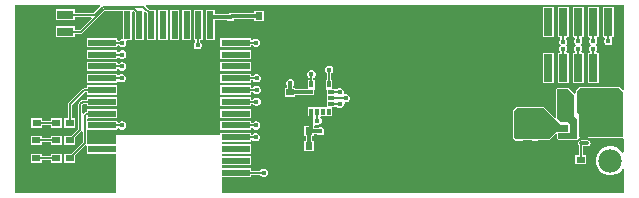
<source format=gbr>
%TF.GenerationSoftware,Altium Limited,Altium Designer,23.6.0 (18)*%
G04 Layer_Physical_Order=1*
G04 Layer_Color=255*
%FSLAX45Y45*%
%MOMM*%
%TF.SameCoordinates,DE65B9CC-D9CF-42CD-B8C9-10693606ABAB*%
%TF.FilePolarity,Positive*%
%TF.FileFunction,Copper,L1,Top,Signal*%
%TF.Part,Single*%
G01*
G75*
%TA.AperFunction,ConnectorPad*%
%ADD10R,2.40000X0.60000*%
%ADD11R,0.60000X2.40000*%
%TA.AperFunction,SMDPad,CuDef*%
%ADD12R,0.75000X0.60000*%
%TA.AperFunction,ConnectorPad*%
%ADD13R,1.40000X0.75000*%
%ADD14R,0.75000X2.40000*%
%TA.AperFunction,SMDPad,CuDef*%
%ADD15R,0.65000X1.60000*%
G04:AMPARAMS|DCode=16|XSize=0.86535mm|YSize=0.29247mm|CornerRadius=0.14624mm|HoleSize=0mm|Usage=FLASHONLY|Rotation=0.000|XOffset=0mm|YOffset=0mm|HoleType=Round|Shape=RoundedRectangle|*
%AMROUNDEDRECTD16*
21,1,0.86535,0.00000,0,0,0.0*
21,1,0.57288,0.29247,0,0,0.0*
1,1,0.29247,0.28644,0.00000*
1,1,0.29247,-0.28644,0.00000*
1,1,0.29247,-0.28644,0.00000*
1,1,0.29247,0.28644,0.00000*
%
%ADD16ROUNDEDRECTD16*%
%ADD17R,0.86535X0.29247*%
%ADD18R,0.60000X0.64000*%
%ADD19R,0.64000X0.60000*%
%ADD20R,0.57500X0.35000*%
%ADD21R,0.35000X0.57500*%
%TA.AperFunction,Conductor*%
%ADD22C,0.12700*%
%ADD23C,0.30480*%
%TA.AperFunction,ComponentPad*%
%ADD24C,1.78500*%
%ADD25C,1.98000*%
%TA.AperFunction,ViaPad*%
%ADD26C,0.45000*%
G36*
X7879009Y3301792D02*
X7867276Y3296932D01*
X7842704Y3321504D01*
X7835900Y3324323D01*
X7505700D01*
X7498896Y3321504D01*
X7473496Y3296104D01*
X7470677Y3289300D01*
Y3266991D01*
X7457977Y3261731D01*
X7410904Y3308804D01*
X7404100Y3311623D01*
X7315200D01*
X7308396Y3308804D01*
X7305577Y3302000D01*
Y3066448D01*
X7292877Y3061187D01*
X7206079Y3147986D01*
X7199275Y3150804D01*
X6974376D01*
X6967572Y3147986D01*
X6939460Y3119873D01*
X6936641Y3113069D01*
Y2892543D01*
X6939460Y2885739D01*
X6955702Y2869497D01*
X6962507Y2866678D01*
X7020310D01*
X7023905Y2868167D01*
X7098495D01*
X7102090Y2866678D01*
X7147310D01*
X7150905Y2868167D01*
X7229089D01*
X7230069Y2868573D01*
X7231111Y2868382D01*
X7242773Y2870887D01*
X7245026Y2872443D01*
X7247556Y2873491D01*
X7298906Y2924841D01*
X7311606Y2919580D01*
Y2915517D01*
X7310469Y2909800D01*
X7311606Y2904083D01*
Y2887234D01*
X7314425Y2880430D01*
X7318759Y2876096D01*
X7325563Y2873277D01*
X7480300D01*
X7487104Y2876096D01*
X7487846Y2877887D01*
X7488742Y2879554D01*
X7499390Y2885289D01*
X7501655Y2885860D01*
X7502623Y2885860D01*
X7514982D01*
X7515156Y2885826D01*
X7572444D01*
X7572618Y2885860D01*
X7861183D01*
X7866309Y2887984D01*
X7879009Y2883108D01*
Y2768440D01*
X7866742Y2765153D01*
X7862825Y2771938D01*
X7839738Y2795025D01*
X7811462Y2811350D01*
X7779925Y2819800D01*
X7747275D01*
X7715738Y2811350D01*
X7687462Y2795025D01*
X7664375Y2771938D01*
X7648050Y2743662D01*
X7639600Y2712125D01*
Y2679475D01*
X7648050Y2647938D01*
X7664375Y2619662D01*
X7687462Y2596575D01*
X7715738Y2580250D01*
X7747275Y2571800D01*
X7779925D01*
X7811462Y2580250D01*
X7839738Y2596575D01*
X7862825Y2619662D01*
X7866742Y2626447D01*
X7879009Y2623160D01*
Y2420691D01*
X4478402D01*
X4475523Y2425000D01*
Y2556110D01*
X4719790D01*
Y2578504D01*
X4798933D01*
X4800359Y2575061D01*
X4810261Y2565159D01*
X4823198Y2559800D01*
X4837202D01*
X4850139Y2565159D01*
X4860041Y2575061D01*
X4865400Y2587998D01*
Y2602002D01*
X4860041Y2614939D01*
X4850139Y2624841D01*
X4837202Y2630200D01*
X4823198D01*
X4810261Y2624841D01*
X4800359Y2614939D01*
X4798933Y2611496D01*
X4719790D01*
Y2633890D01*
X4475523D01*
Y2656110D01*
X4719790D01*
Y2733890D01*
X4475523D01*
Y2756110D01*
X4719790D01*
Y2833890D01*
X4475523D01*
Y2856110D01*
X4719790D01*
Y2873543D01*
X4732490Y2876069D01*
X4732659Y2875661D01*
X4742561Y2865759D01*
X4755498Y2860400D01*
X4769502D01*
X4782439Y2865759D01*
X4792341Y2875661D01*
X4797700Y2888598D01*
Y2902602D01*
X4792341Y2915539D01*
X4782439Y2925441D01*
X4769502Y2930800D01*
X4755498D01*
X4742561Y2925441D01*
X4732659Y2915539D01*
X4732490Y2915131D01*
X4719790Y2917657D01*
Y2933890D01*
X4462010D01*
Y2914623D01*
X3585900D01*
X3579096Y2911804D01*
X3576277Y2905000D01*
Y2833890D01*
X3339909D01*
X3331211Y2846019D01*
X3331196Y2846253D01*
Y2943747D01*
X3332010Y2956110D01*
X3343896Y2956110D01*
X3589790D01*
Y2968837D01*
X3591542Y2969888D01*
X3602490Y2972730D01*
X3610061Y2965159D01*
X3622998Y2959800D01*
X3637002D01*
X3649939Y2965159D01*
X3659841Y2975061D01*
X3665200Y2987998D01*
Y3002002D01*
X3659841Y3014939D01*
X3649939Y3024841D01*
X3637002Y3030200D01*
X3622998D01*
X3610061Y3024841D01*
X3602490Y3017270D01*
X3591542Y3020112D01*
X3589790Y3021164D01*
Y3033890D01*
X3337857Y3033890D01*
X3331970Y3045000D01*
X3337857Y3056110D01*
X3589790D01*
Y3133890D01*
X3332010D01*
Y3110351D01*
X3329290D01*
X3317625Y3105520D01*
X3305796Y3093690D01*
X3293096Y3097593D01*
Y3168167D01*
X3303433Y3178504D01*
X3332010D01*
Y3156110D01*
X3589790D01*
Y3233890D01*
X3332010D01*
Y3211496D01*
X3296600D01*
X3284936Y3206664D01*
X3264936Y3186664D01*
X3260104Y3175000D01*
Y2967173D01*
X3205945Y2913014D01*
X3204320Y2909090D01*
X3140069D01*
Y2831310D01*
X3232850D01*
Y2890818D01*
X3234105Y2893850D01*
Y2894517D01*
X3285504Y2945916D01*
X3298204Y2942013D01*
Y2852873D01*
X3205945Y2760614D01*
X3204320Y2756690D01*
X3140069D01*
Y2678910D01*
X3232850D01*
Y2738418D01*
X3234105Y2741450D01*
Y2742117D01*
X3319310Y2827322D01*
X3332010Y2822061D01*
Y2756110D01*
X3576277D01*
Y2425000D01*
X3573398Y2420691D01*
X2725491D01*
Y4018209D01*
X3440735D01*
X3445996Y4005509D01*
X3390282Y3949796D01*
X3228490D01*
Y3979690D01*
X3070710D01*
Y3886910D01*
X3228490D01*
Y3916804D01*
X3371230D01*
X3376090Y3905071D01*
X3275815Y3804796D01*
X3228490D01*
Y3834690D01*
X3070710D01*
Y3741910D01*
X3228490D01*
Y3771804D01*
X3282648D01*
X3294312Y3776636D01*
X3481421Y3963744D01*
X3637010D01*
Y3727902D01*
X3624902D01*
X3611965Y3722543D01*
X3602490Y3713068D01*
X3600217Y3713176D01*
X3589790Y3716198D01*
Y3733890D01*
X3332010D01*
Y3656110D01*
X3589790D01*
Y3669206D01*
X3600217Y3672228D01*
X3602490Y3672336D01*
X3611965Y3662861D01*
X3624902Y3657502D01*
X3638906D01*
X3651843Y3662861D01*
X3661745Y3672763D01*
X3667104Y3685700D01*
Y3699704D01*
X3665569Y3703410D01*
X3674055Y3716110D01*
X3714790D01*
Y3954902D01*
X3727490Y3960081D01*
X3737010Y3950562D01*
Y3716110D01*
X3814790D01*
Y3956188D01*
X3826523Y3961048D01*
X3837010Y3950561D01*
Y3716110D01*
X3914790D01*
Y3973890D01*
X3860339D01*
X3828719Y4005509D01*
X3833980Y4018209D01*
X7879009D01*
Y3301792D01*
D02*
G37*
G36*
X7454900Y3251200D02*
Y3076015D01*
X7480300Y3050615D01*
Y2882900D01*
X7325563D01*
X7321229Y2887234D01*
Y2930727D01*
X7413465D01*
X7414215Y2929977D01*
X7426213Y2941975D01*
Y2999717D01*
X7402967Y3022963D01*
X7345225D01*
X7315200Y3052989D01*
Y3302000D01*
X7404100D01*
X7454900Y3251200D01*
D02*
G37*
G36*
X7874000Y3276600D02*
Y2908300D01*
X7861183Y2895483D01*
X7500452D01*
X7499703Y2896233D01*
Y3092097D01*
X7480300Y3111500D01*
Y3289300D01*
X7505700Y3314700D01*
X7835900D01*
X7874000Y3276600D01*
D02*
G37*
G36*
X7342960Y2997496D02*
X7405432D01*
Y2950643D01*
X7404182Y2949393D01*
X7395437Y2943146D01*
X7303603D01*
X7240752Y2880295D01*
X7229090Y2877790D01*
X7229090Y2877791D01*
X7229089Y2877790D01*
X7147310D01*
Y2876301D01*
X7102090D01*
Y2877790D01*
X7020310D01*
Y2876301D01*
X6962507D01*
X6946264Y2892543D01*
Y3113069D01*
X6974376Y3141181D01*
X7199275D01*
X7342960Y2997496D01*
D02*
G37*
%LPC*%
G36*
X4414790Y3973890D02*
X4337010D01*
Y3716110D01*
X4414790D01*
Y3886997D01*
X4521423D01*
X4526661Y3881759D01*
X4539598Y3876400D01*
X4553602D01*
X4566539Y3881759D01*
X4576441Y3891661D01*
X4579770Y3899697D01*
X4749910D01*
Y3883410D01*
X4827690D01*
Y3965190D01*
X4749910D01*
Y3948903D01*
X4563229D01*
X4553814Y3947030D01*
X4553470Y3946800D01*
X4539598D01*
X4526661Y3941441D01*
X4521423Y3936203D01*
X4414790D01*
Y3973890D01*
D02*
G37*
G36*
X7285390Y3998690D02*
X7192610D01*
Y3740910D01*
X7285390D01*
Y3998690D01*
D02*
G37*
G36*
X4214790Y3973890D02*
X4137010D01*
Y3716110D01*
X4214790D01*
Y3973890D01*
D02*
G37*
G36*
X4114790D02*
X4037010D01*
Y3716110D01*
X4114790D01*
Y3973890D01*
D02*
G37*
G36*
X4014790D02*
X3937010D01*
Y3716110D01*
X4014790D01*
Y3973890D01*
D02*
G37*
G36*
X7793390Y3998690D02*
X7700610D01*
Y3740910D01*
X7711770D01*
X7717159Y3728339D01*
X7711800Y3715402D01*
Y3701398D01*
X7717159Y3688461D01*
X7727061Y3678559D01*
X7739998Y3673200D01*
X7754002D01*
X7766939Y3678559D01*
X7776841Y3688461D01*
X7782200Y3701398D01*
Y3715402D01*
X7776841Y3728339D01*
X7782230Y3740910D01*
X7793390D01*
Y3998690D01*
D02*
G37*
G36*
X4719790Y3733890D02*
X4462010D01*
Y3656110D01*
X4719790D01*
Y3678504D01*
X4731933D01*
X4733359Y3675061D01*
X4743261Y3665159D01*
X4756198Y3659800D01*
X4770202D01*
X4783139Y3665159D01*
X4793041Y3675061D01*
X4798400Y3687998D01*
Y3702002D01*
X4793041Y3714939D01*
X4783139Y3724841D01*
X4770202Y3730200D01*
X4756198D01*
X4743261Y3724841D01*
X4733359Y3714939D01*
X4731933Y3711496D01*
X4719790D01*
Y3733890D01*
D02*
G37*
G36*
X4314790Y3973890D02*
X4237010D01*
Y3716110D01*
X4246970D01*
X4250238Y3706993D01*
X4250530Y3703410D01*
X4241359Y3694239D01*
X4236000Y3681302D01*
Y3667298D01*
X4241359Y3654361D01*
X4251261Y3644459D01*
X4264198Y3639100D01*
X4278202D01*
X4291139Y3644459D01*
X4301041Y3654361D01*
X4306400Y3667298D01*
Y3681302D01*
X4301041Y3694239D01*
X4292396Y3702884D01*
Y3716110D01*
X4314790D01*
Y3973890D01*
D02*
G37*
G36*
X3589790Y3633890D02*
X3332010D01*
Y3556110D01*
X3589790D01*
Y3570136D01*
X3597717Y3573482D01*
X3602490Y3574030D01*
X3611361Y3565159D01*
X3624298Y3559800D01*
X3638302D01*
X3651239Y3565159D01*
X3661141Y3575061D01*
X3666500Y3587998D01*
Y3602002D01*
X3661141Y3614939D01*
X3651239Y3624841D01*
X3638302Y3630200D01*
X3624298D01*
X3611361Y3624841D01*
X3602490Y3615970D01*
X3597717Y3616519D01*
X3589790Y3619864D01*
Y3633890D01*
D02*
G37*
G36*
X4719790Y3633890D02*
X4462010D01*
Y3556110D01*
X4719790D01*
Y3633890D01*
D02*
G37*
G36*
X3589790Y3533890D02*
X3332010D01*
Y3456110D01*
X3589790D01*
Y3468536D01*
X3590276Y3468851D01*
X3602490Y3472430D01*
X3609761Y3465159D01*
X3622698Y3459800D01*
X3636702D01*
X3649639Y3465159D01*
X3659541Y3475061D01*
X3664900Y3487998D01*
Y3502002D01*
X3659541Y3514939D01*
X3649639Y3524841D01*
X3636702Y3530200D01*
X3622698D01*
X3609761Y3524841D01*
X3602490Y3517570D01*
X3590276Y3521149D01*
X3589790Y3521464D01*
Y3533890D01*
D02*
G37*
G36*
X4719790D02*
X4462010D01*
Y3456110D01*
X4719790D01*
Y3533890D01*
D02*
G37*
G36*
Y3433890D02*
X4462010D01*
Y3356110D01*
X4719790D01*
Y3378504D01*
X4739833D01*
X4741259Y3375061D01*
X4751161Y3365159D01*
X4764098Y3359800D01*
X4778102D01*
X4791039Y3365159D01*
X4800941Y3375061D01*
X4806300Y3387998D01*
Y3402002D01*
X4800941Y3414939D01*
X4791039Y3424841D01*
X4778102Y3430200D01*
X4764098D01*
X4751161Y3424841D01*
X4741259Y3414939D01*
X4739833Y3411496D01*
X4719790D01*
Y3433890D01*
D02*
G37*
G36*
X3589790D02*
X3332010D01*
Y3356110D01*
X3589790D01*
Y3365569D01*
X3602490Y3370830D01*
X3608161Y3365159D01*
X3621098Y3359800D01*
X3635102D01*
X3648039Y3365159D01*
X3657941Y3375061D01*
X3663300Y3387998D01*
Y3402002D01*
X3657941Y3414939D01*
X3648039Y3424841D01*
X3635102Y3430200D01*
X3621098D01*
X3608161Y3424841D01*
X3602490Y3419170D01*
X3589790Y3424431D01*
Y3433890D01*
D02*
G37*
G36*
X7666390Y3998690D02*
X7573610D01*
Y3740910D01*
X7584770D01*
X7590159Y3728339D01*
X7584800Y3715402D01*
Y3701398D01*
X7590159Y3688461D01*
X7593673Y3684947D01*
X7598866Y3676650D01*
X7593673Y3668353D01*
X7590159Y3664839D01*
X7584800Y3651902D01*
Y3637898D01*
X7590159Y3624961D01*
X7593730Y3621390D01*
X7588469Y3608690D01*
X7573610D01*
Y3350910D01*
X7666390D01*
Y3608690D01*
X7651531D01*
X7646270Y3621390D01*
X7649841Y3624961D01*
X7655200Y3637898D01*
Y3651902D01*
X7649841Y3664839D01*
X7646327Y3668353D01*
X7641134Y3676650D01*
X7646327Y3684947D01*
X7649841Y3688461D01*
X7655200Y3701398D01*
Y3715402D01*
X7649841Y3728339D01*
X7655230Y3740910D01*
X7666390D01*
Y3998690D01*
D02*
G37*
G36*
X7539390D02*
X7446610D01*
Y3740910D01*
X7457770D01*
X7463159Y3728339D01*
X7457800Y3715402D01*
Y3701398D01*
X7463159Y3688461D01*
X7466673Y3684947D01*
X7471866Y3676650D01*
X7466673Y3668353D01*
X7463159Y3664839D01*
X7457800Y3651902D01*
Y3637898D01*
X7463159Y3624961D01*
X7466730Y3621390D01*
X7461469Y3608690D01*
X7446610D01*
Y3350910D01*
X7539390D01*
Y3608690D01*
X7524531D01*
X7519270Y3621390D01*
X7522841Y3624961D01*
X7528200Y3637898D01*
Y3651902D01*
X7522841Y3664839D01*
X7519327Y3668353D01*
X7514134Y3676650D01*
X7519327Y3684947D01*
X7522841Y3688461D01*
X7528200Y3701398D01*
Y3715402D01*
X7522841Y3728339D01*
X7528230Y3740910D01*
X7539390D01*
Y3998690D01*
D02*
G37*
G36*
X7412390D02*
X7319610D01*
Y3740910D01*
X7336570D01*
X7341830Y3728210D01*
X7336159Y3722539D01*
X7330800Y3709602D01*
Y3695598D01*
X7336159Y3682661D01*
X7345070Y3673750D01*
X7336159Y3664839D01*
X7330800Y3651902D01*
Y3637898D01*
X7336159Y3624961D01*
X7339730Y3621390D01*
X7334469Y3608690D01*
X7319610D01*
Y3350910D01*
X7412390D01*
Y3608690D01*
X7397531D01*
X7392270Y3621390D01*
X7395841Y3624961D01*
X7401200Y3637898D01*
Y3651902D01*
X7395841Y3664839D01*
X7386930Y3673750D01*
X7395841Y3682661D01*
X7401200Y3695598D01*
Y3709602D01*
X7395841Y3722539D01*
X7390170Y3728210D01*
X7395430Y3740910D01*
X7412390D01*
Y3998690D01*
D02*
G37*
G36*
X7285390Y3608690D02*
X7192610D01*
Y3350910D01*
X7285390D01*
Y3608690D01*
D02*
G37*
G36*
X5240602Y3463000D02*
X5226598D01*
X5213661Y3457641D01*
X5203759Y3447739D01*
X5198400Y3434802D01*
Y3420798D01*
X5203759Y3407861D01*
X5213661Y3397959D01*
X5217104Y3396533D01*
Y3379690D01*
X5207210D01*
X5207210Y3304410D01*
X5195430Y3302190D01*
X5179710D01*
Y3300353D01*
X5095490D01*
Y3314590D01*
X5079203D01*
Y3327623D01*
X5084441Y3332861D01*
X5089800Y3345798D01*
Y3359802D01*
X5084441Y3372739D01*
X5074539Y3382641D01*
X5061602Y3388000D01*
X5047598D01*
X5034661Y3382641D01*
X5024759Y3372739D01*
X5019400Y3359802D01*
Y3345798D01*
X5024759Y3332861D01*
X5029997Y3327623D01*
Y3314590D01*
X5013710D01*
Y3236810D01*
X5095490D01*
Y3251147D01*
X5179710D01*
Y3249410D01*
X5254990D01*
Y3293781D01*
X5259990Y3304410D01*
X5259990Y3312819D01*
Y3379690D01*
X5250096D01*
Y3396533D01*
X5253539Y3397959D01*
X5263441Y3407861D01*
X5268800Y3420798D01*
Y3434802D01*
X5263441Y3447739D01*
X5253539Y3457641D01*
X5240602Y3463000D01*
D02*
G37*
G36*
X4719790Y3333890D02*
X4462010D01*
Y3256110D01*
X4719790D01*
Y3278504D01*
X4738233D01*
X4739659Y3275061D01*
X4749561Y3265159D01*
X4762498Y3259800D01*
X4776502D01*
X4789439Y3265159D01*
X4799341Y3275061D01*
X4804700Y3287998D01*
Y3302002D01*
X4799341Y3314939D01*
X4789439Y3324841D01*
X4776502Y3330200D01*
X4762498D01*
X4749561Y3324841D01*
X4739659Y3314939D01*
X4738233Y3311496D01*
X4719790D01*
Y3333890D01*
D02*
G37*
G36*
X3589790D02*
X3332010D01*
Y3311496D01*
X3307700D01*
X3296036Y3306664D01*
X3174795Y3185424D01*
X3169964Y3173759D01*
Y3054790D01*
X3140069D01*
Y2977010D01*
X3232850D01*
Y3054790D01*
X3202955D01*
Y3166927D01*
X3314533Y3278504D01*
X3332010D01*
Y3256110D01*
X3589790D01*
Y3333890D01*
D02*
G37*
G36*
X4719790Y3233890D02*
X4462010D01*
Y3156110D01*
X4719790D01*
Y3178504D01*
X4736633D01*
X4738059Y3175061D01*
X4747961Y3165159D01*
X4760898Y3159800D01*
X4774902D01*
X4787839Y3165159D01*
X4797741Y3175061D01*
X4803100Y3187998D01*
Y3202002D01*
X4797741Y3214939D01*
X4787839Y3224841D01*
X4774902Y3230200D01*
X4760898D01*
X4747961Y3224841D01*
X4738059Y3214939D01*
X4736633Y3211496D01*
X4719790D01*
Y3233890D01*
D02*
G37*
G36*
X5391802Y3502300D02*
X5377798D01*
X5364861Y3496941D01*
X5354959Y3487039D01*
X5349600Y3474102D01*
Y3460098D01*
X5354959Y3447161D01*
X5364861Y3437259D01*
X5367704Y3436081D01*
Y3379690D01*
X5357210D01*
X5357210Y3304410D01*
X5362210Y3293781D01*
Y3199410D01*
X5362210Y3149411D01*
X5350430Y3147190D01*
X5207210D01*
Y3071910D01*
X5208557D01*
Y2987290D01*
X5174010D01*
Y2905510D01*
X5188297D01*
Y2860290D01*
X5174010D01*
Y2778510D01*
X5251790D01*
Y2860290D01*
X5237503D01*
Y2905510D01*
X5251790D01*
Y2921797D01*
X5283423D01*
X5288661Y2916559D01*
X5301598Y2911200D01*
X5315602D01*
X5328539Y2916559D01*
X5338441Y2926461D01*
X5343800Y2939398D01*
Y2953402D01*
X5338441Y2966339D01*
X5328539Y2976241D01*
X5315602Y2981600D01*
X5301598D01*
X5288661Y2976241D01*
X5283423Y2971003D01*
X5257763D01*
Y2994364D01*
X5270463Y3002242D01*
X5276598Y2999700D01*
X5290602D01*
X5303539Y3005059D01*
X5313441Y3014961D01*
X5318800Y3027898D01*
Y3041902D01*
X5313441Y3054839D01*
X5309070Y3059210D01*
X5314330Y3071910D01*
X5409990D01*
X5409990Y3147190D01*
X5421770Y3149410D01*
X5437490D01*
X5437490Y3149410D01*
Y3149410D01*
X5449991Y3148929D01*
X5452961Y3145959D01*
X5465898Y3140600D01*
X5479902D01*
X5492839Y3145959D01*
X5502741Y3155861D01*
X5508100Y3168798D01*
Y3180747D01*
X5514797Y3187768D01*
X5518616Y3190600D01*
X5531502D01*
X5544439Y3195959D01*
X5554341Y3205861D01*
X5559700Y3218798D01*
Y3232802D01*
X5554341Y3245739D01*
X5544439Y3255641D01*
X5531502Y3261000D01*
X5518616D01*
X5514797Y3263832D01*
X5508100Y3270853D01*
Y3282802D01*
X5502741Y3295739D01*
X5492839Y3305641D01*
X5479902Y3311000D01*
X5465898D01*
X5452961Y3305641D01*
X5449991Y3302671D01*
X5437490Y3302190D01*
X5437490Y3302190D01*
X5421770D01*
X5409990Y3304410D01*
X5409990Y3314890D01*
Y3379690D01*
X5400696D01*
Y3435584D01*
X5404739Y3437259D01*
X5414641Y3447161D01*
X5420000Y3460098D01*
Y3474102D01*
X5414641Y3487039D01*
X5404739Y3496941D01*
X5391802Y3502300D01*
D02*
G37*
G36*
X4719790Y3133890D02*
X4462010D01*
Y3056110D01*
X4719790D01*
Y3133890D01*
D02*
G37*
G36*
X3117849Y3054790D02*
X3025069D01*
Y3032396D01*
X2954690D01*
Y3054790D01*
X2861910D01*
Y2977010D01*
X2954690D01*
Y2999404D01*
X3025069D01*
Y2977010D01*
X3117849D01*
Y3054790D01*
D02*
G37*
G36*
X4719790Y3033890D02*
X4462010D01*
Y2956110D01*
X4719790D01*
Y2978504D01*
X4733433D01*
X4734859Y2975061D01*
X4744761Y2965159D01*
X4757698Y2959800D01*
X4771702D01*
X4784639Y2965159D01*
X4794541Y2975061D01*
X4799900Y2987998D01*
Y3002002D01*
X4794541Y3014939D01*
X4784639Y3024841D01*
X4771702Y3030200D01*
X4757698D01*
X4744761Y3024841D01*
X4734859Y3014939D01*
X4733433Y3011496D01*
X4719790D01*
Y3033890D01*
D02*
G37*
G36*
X3117849Y2909090D02*
X3025069D01*
Y2886696D01*
X2948690D01*
Y2909090D01*
X2855910D01*
Y2831310D01*
X2948690D01*
Y2853704D01*
X3025069D01*
Y2831310D01*
X3117849D01*
Y2909090D01*
D02*
G37*
G36*
Y2756690D02*
X3025069D01*
Y2734296D01*
X2948690D01*
Y2756690D01*
X2855910D01*
Y2678910D01*
X2948690D01*
Y2701304D01*
X3025069D01*
Y2678910D01*
X3117849D01*
Y2756690D01*
D02*
G37*
G36*
X7572444Y2868774D02*
X7515156D01*
X7505982Y2866949D01*
X7498204Y2861752D01*
X7493007Y2853974D01*
X7491182Y2844800D01*
X7493007Y2835626D01*
X7495904Y2831289D01*
Y2743990D01*
X7466010D01*
Y2666210D01*
X7558790D01*
Y2743990D01*
X7528896D01*
Y2820826D01*
X7572444D01*
X7581618Y2822651D01*
X7589396Y2827848D01*
X7594593Y2835626D01*
X7596418Y2844800D01*
X7594593Y2853974D01*
X7589396Y2861752D01*
X7581618Y2866949D01*
X7572444Y2868774D01*
D02*
G37*
%LPD*%
D10*
X3460900Y2495000D02*
D03*
Y2595000D02*
D03*
Y2695000D02*
D03*
Y2795000D02*
D03*
Y2895000D02*
D03*
Y2995000D02*
D03*
Y3095000D02*
D03*
Y3195000D02*
D03*
Y3295000D02*
D03*
Y3395000D02*
D03*
Y3495000D02*
D03*
Y3595000D02*
D03*
Y3695000D02*
D03*
Y3795000D02*
D03*
X4590900D02*
D03*
Y3695000D02*
D03*
Y3595000D02*
D03*
Y3495000D02*
D03*
Y3395000D02*
D03*
Y3295000D02*
D03*
Y3195000D02*
D03*
Y3095000D02*
D03*
Y2995000D02*
D03*
Y2895000D02*
D03*
Y2795000D02*
D03*
Y2695000D02*
D03*
Y2595000D02*
D03*
Y2495000D02*
D03*
D11*
X3675900Y3845000D02*
D03*
X3775900D02*
D03*
X3875900D02*
D03*
X3975900D02*
D03*
X4075900D02*
D03*
X4175900D02*
D03*
X4275900D02*
D03*
X4375900D02*
D03*
D12*
X2908300Y3015900D02*
D03*
X2793300D02*
D03*
X3071459Y3015900D02*
D03*
X3186459D02*
D03*
X2902300Y2870200D02*
D03*
X2787300D02*
D03*
X3071459D02*
D03*
X3186459D02*
D03*
X2902300Y2717800D02*
D03*
X2787300D02*
D03*
X3071459D02*
D03*
X3186459D02*
D03*
X7397400Y2705100D02*
D03*
X7512400D02*
D03*
D13*
X3149600Y3788300D02*
D03*
Y3933300D02*
D03*
D14*
X7747000Y3869800D02*
D03*
X7620000D02*
D03*
X7493000D02*
D03*
X7366000D02*
D03*
X7239000D02*
D03*
X7747000Y3479800D02*
D03*
X7620000D02*
D03*
X7493000D02*
D03*
X7366000D02*
D03*
X7239000D02*
D03*
D15*
X7378700Y3187700D02*
D03*
X7513700D02*
D03*
D16*
X7543800Y2974800D02*
D03*
Y2909800D02*
D03*
Y2844800D02*
D03*
X7363087D02*
D03*
Y2909800D02*
D03*
D17*
Y2974800D02*
D03*
D18*
X5124900Y2946400D02*
D03*
X5212900D02*
D03*
X4788800Y3924300D02*
D03*
X4876800D02*
D03*
X5212900Y2819400D02*
D03*
X5124900D02*
D03*
D19*
X7645400Y2851600D02*
D03*
Y2939600D02*
D03*
X5054600Y3275700D02*
D03*
Y3187700D02*
D03*
X7061200Y2926900D02*
D03*
Y2838900D02*
D03*
X7188200Y2926900D02*
D03*
Y2838900D02*
D03*
D20*
X5399850Y3275800D02*
D03*
Y3225800D02*
D03*
Y3175800D02*
D03*
X5217350D02*
D03*
Y3225800D02*
D03*
Y3275800D02*
D03*
D21*
X5383600Y3109550D02*
D03*
X5333600D02*
D03*
X5283600D02*
D03*
X5233600D02*
D03*
Y3342050D02*
D03*
X5283600D02*
D03*
X5333600D02*
D03*
X5383600D02*
D03*
D22*
X7747000Y3708400D02*
Y3869800D01*
X5283600Y3034900D02*
Y3109550D01*
X4590900Y2595000D02*
X4830200D01*
X7620000Y3479800D02*
Y3644900D01*
Y3708400D02*
Y3869800D01*
X3460900Y2995000D02*
X3630000D01*
X3276600Y2960341D02*
Y3175000D01*
X3217610Y2893850D02*
Y2901350D01*
X3193960Y2870200D02*
X3217610Y2893850D01*
Y2901350D02*
X3276600Y2960341D01*
X3217610Y2748950D02*
X3314700Y2846041D01*
Y3079266D01*
X3276600Y3175000D02*
X3296600Y3195000D01*
X5384200Y3342650D02*
Y3466500D01*
X5384800Y3467100D01*
X7366000Y3479800D02*
Y3644900D01*
X5399850Y3275800D02*
X5472900D01*
X5399850Y3175800D02*
X5472900D01*
X4591500Y2895600D02*
X4762500D01*
X5383600Y3342050D02*
X5384200Y3342650D01*
X4590900Y3195000D02*
X4767900D01*
X7512400Y2705100D02*
Y2837156D01*
X7520044Y2844800D01*
X7543800D01*
X4590900Y3695000D02*
X4763200D01*
X4271200Y3674300D02*
X4275900Y3679000D01*
Y3845000D01*
X7493000Y3708400D02*
Y3869800D01*
Y3479800D02*
Y3644900D01*
X7366000Y3702600D02*
Y3869800D01*
X3459755Y3093855D02*
X3460900Y3095000D01*
X3314700Y3079266D02*
X3329290Y3093855D01*
X3459755D01*
X2908300Y3015900D02*
X3071459D01*
X2908300Y3015900D02*
X2908300Y3015900D01*
X2902300Y2870200D02*
X3071459D01*
X2902300Y2717800D02*
X3071459D01*
X3186459D02*
X3193960D01*
X3217610Y2741450D01*
Y2748950D01*
X3296600Y3195000D02*
X3460900D01*
X3186459Y2870200D02*
X3193960D01*
X3307700Y3295000D02*
X3460900D01*
X3186459Y3173759D02*
X3307700Y3295000D01*
X3186459Y3015900D02*
Y3173759D01*
X4590900Y2895000D02*
X4591500Y2895600D01*
X4590900Y2995000D02*
X4764700D01*
X4590900Y3395000D02*
X4771100D01*
X4590900Y3295000D02*
X4769500D01*
X5233600Y3342050D02*
Y3427800D01*
X5399850Y3225800D02*
X5524500D01*
X3875900Y3845000D02*
Y3935000D01*
X3465645Y4001830D02*
X3809070D01*
X3397115Y3933300D02*
X3465645Y4001830D01*
X3809070D02*
X3875900Y3935000D01*
X3149600Y3933300D02*
X3397115D01*
X3474588Y3980240D02*
X3730660D01*
X3775900Y3935000D01*
X3282648Y3788300D02*
X3474588Y3980240D01*
X3149600Y3788300D02*
X3282648D01*
X3775900Y3845000D02*
Y3935000D01*
X3631904Y3692702D02*
X3635198D01*
X3463198D02*
X3631904D01*
X3460900Y3695000D02*
X3463198Y3692702D01*
X3460900Y3395000D02*
X3628100D01*
X3460900Y3495000D02*
X3629700D01*
X3460900Y3595000D02*
X3631300D01*
D23*
X4563229Y3924300D02*
X4788800D01*
X4550529Y3911600D02*
X4563229Y3924300D01*
X4546600Y3911600D02*
X4550529D01*
X4390660D02*
X4546600D01*
X4375900Y3845000D02*
Y3896840D01*
X4390660Y3911600D01*
X5054600Y3275700D02*
Y3352800D01*
X5217300Y3275750D02*
X5217350Y3275800D01*
X5054650Y3275750D02*
X5217300D01*
X5054600Y3275700D02*
X5054650Y3275750D01*
X5212900Y2819400D02*
Y2946400D01*
X5212900Y2946400D02*
X5212900Y2946400D01*
X5212900Y2946400D02*
X5308600D01*
X5233160Y3109110D02*
X5233600Y3109550D01*
X5233160Y2968660D02*
Y3109110D01*
X5212900Y2948400D02*
X5233160Y2968660D01*
X5212900Y2946400D02*
Y2948400D01*
D24*
X7763600Y3225800D02*
D03*
X2853600D02*
D03*
D25*
X7763600Y2695800D02*
D03*
D26*
X7778750Y2857500D02*
D03*
X7620000Y2540000D02*
D03*
X7302500D02*
D03*
X6985000Y3810000D02*
D03*
Y2540000D02*
D03*
X6667500Y3810000D02*
D03*
Y3175000D02*
D03*
X6826250Y2857500D02*
D03*
X6667500Y2540000D02*
D03*
X6350000Y3810000D02*
D03*
Y3175000D02*
D03*
X6508750Y2857500D02*
D03*
X6350000Y2540000D02*
D03*
X6032500Y3810000D02*
D03*
Y3175000D02*
D03*
X6191250Y2857500D02*
D03*
X6032500Y2540000D02*
D03*
X5715000Y3810000D02*
D03*
Y3175000D02*
D03*
X5873750Y2857500D02*
D03*
X5715000Y2540000D02*
D03*
X5397500Y3810000D02*
D03*
X5556250Y2857500D02*
D03*
X5397500Y2540000D02*
D03*
X5080000Y3810000D02*
D03*
Y2540000D02*
D03*
X4762500Y3810000D02*
D03*
Y2540000D02*
D03*
X4127500Y3175000D02*
D03*
X3810000D02*
D03*
X3175000Y2540000D02*
D03*
X2857500Y3810000D02*
D03*
X3016250Y3492500D02*
D03*
X2857500Y2540000D02*
D03*
X7162800Y3048000D02*
D03*
X7100556Y3048907D02*
D03*
X7035800Y3048000D02*
D03*
X7188200Y3098800D02*
D03*
X7124700D02*
D03*
X7061200D02*
D03*
X6997700D02*
D03*
X4546600Y3911600D02*
D03*
X5054600Y3352800D02*
D03*
X5308600Y2946400D02*
D03*
X5283600Y3034900D02*
D03*
X7835900Y3035300D02*
D03*
X4830200Y2595000D02*
D03*
X7620000Y3644900D02*
D03*
Y3708400D02*
D03*
X3630000Y2995000D02*
D03*
X5384800Y3467100D02*
D03*
X7366000Y3644900D02*
D03*
X5472900Y3275800D02*
D03*
Y3175800D02*
D03*
X4762500Y2895600D02*
D03*
X4767900Y3195000D02*
D03*
X4763200Y3695000D02*
D03*
X4271200Y3674300D02*
D03*
X7747000Y3708400D02*
D03*
X7493000D02*
D03*
Y3644900D02*
D03*
X7366000Y3702600D02*
D03*
X4764700Y2995000D02*
D03*
X4771100Y3395000D02*
D03*
X4769500Y3295000D02*
D03*
X5233600Y3427800D02*
D03*
X5524500Y3225800D02*
D03*
X3631904Y3692702D02*
D03*
X3628100Y3395000D02*
D03*
X3629700Y3495000D02*
D03*
X3631300Y3595000D02*
D03*
%TF.MD5,2c3a3c27e5ccbd3538757ff3718aa65d*%
M02*

</source>
